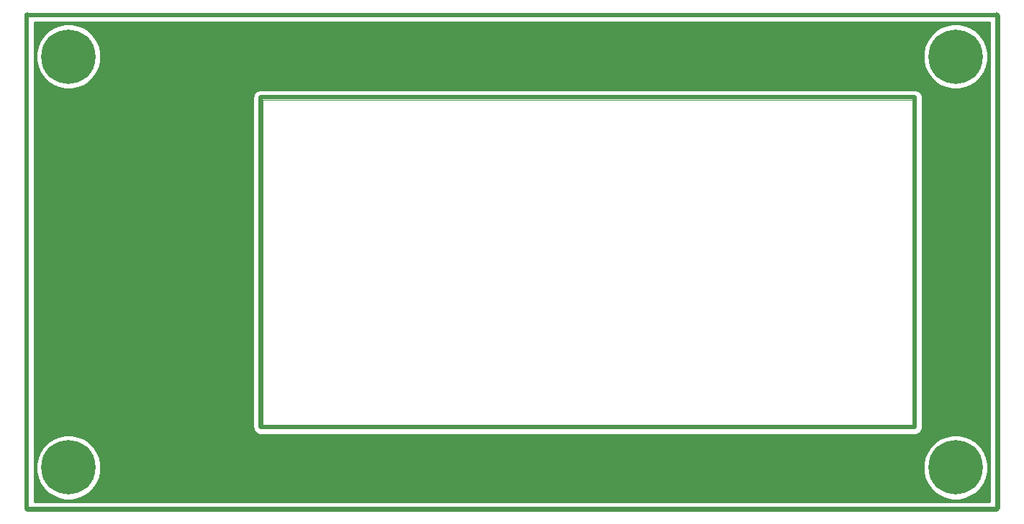
<source format=gbr>
%TF.GenerationSoftware,KiCad,Pcbnew,(5.1.10-1-10_14)*%
%TF.CreationDate,2021-08-26T21:48:09+08:00*%
%TF.ProjectId,SMP top plate v.2 ,534d5020-746f-4702-9070-6c6174652076,rev?*%
%TF.SameCoordinates,Original*%
%TF.FileFunction,Copper,L1,Top*%
%TF.FilePolarity,Positive*%
%FSLAX46Y46*%
G04 Gerber Fmt 4.6, Leading zero omitted, Abs format (unit mm)*
G04 Created by KiCad (PCBNEW (5.1.10-1-10_14)) date 2021-08-26 21:48:09*
%MOMM*%
%LPD*%
G01*
G04 APERTURE LIST*
%TA.AperFunction,Profile*%
%ADD10C,0.050000*%
%TD*%
%TA.AperFunction,NonConductor*%
%ADD11C,0.500000*%
%TD*%
%TA.AperFunction,ConnectorPad*%
%ADD12C,6.400000*%
%TD*%
%TA.AperFunction,ComponentPad*%
%ADD13C,3.600000*%
%TD*%
%TA.AperFunction,NonConductor*%
%ADD14C,0.254000*%
%TD*%
%TA.AperFunction,NonConductor*%
%ADD15C,0.100000*%
%TD*%
%ADD16C,0.350000*%
G04 APERTURE END LIST*
D10*
X194200780Y-129593340D02*
G75*
G02*
X193878747Y-129928609I-322021J-12986D01*
G01*
X193878200Y-71188580D02*
G75*
G02*
X194213469Y-71510613I12986J-322021D01*
G01*
X183972200Y-81432400D02*
X107543600Y-81432400D01*
X183972200Y-119735600D02*
X183972200Y-81432400D01*
X107543600Y-119735600D02*
X183972200Y-119735600D01*
X107543600Y-81432400D02*
X107543600Y-119735600D01*
X79839820Y-129931160D02*
G75*
G02*
X79514700Y-129606040I0J325120D01*
G01*
X79517240Y-71513700D02*
G75*
G02*
X79842360Y-71188580I325120J0D01*
G01*
X79839820Y-129931160D02*
X193878200Y-129928620D01*
X194200780Y-129593340D02*
X194213469Y-71510613D01*
X193878200Y-71188580D02*
X79842360Y-71188580D01*
X79517240Y-71513700D02*
X79514700Y-129606040D01*
D11*
X79791560Y-129651760D02*
X79792640Y-71462900D01*
X193939000Y-129651760D02*
X193939000Y-71462900D01*
X79792640Y-71462900D02*
X193929000Y-71462900D01*
X79791560Y-129651760D02*
X193939000Y-129651760D01*
X193939000Y-71462900D02*
X193936460Y-129654300D01*
X184251600Y-81153000D02*
X107264200Y-81153000D01*
X107264200Y-120015000D02*
X107264200Y-81153000D01*
X107264200Y-120015000D02*
X184251600Y-120015000D01*
X184251600Y-120015000D02*
X184251600Y-81153000D01*
D12*
%TO.P,H1,1*%
%TO.N,Net-(H1-Pad1)*%
X189052200Y-76352400D03*
D13*
X189052200Y-76352400D03*
%TD*%
D12*
%TO.P,H4,1*%
%TO.N,Net-(H4-Pad1)*%
X84679600Y-124764800D03*
D13*
X84679600Y-124764800D03*
%TD*%
D12*
%TO.P,H3,1*%
%TO.N,Net-(H3-Pad1)*%
X84679600Y-76352400D03*
D13*
X84679600Y-76352400D03*
%TD*%
D12*
%TO.P,H2,1*%
%TO.N,Net-(H2-Pad1)*%
X189052200Y-124764800D03*
D13*
X189052200Y-124764800D03*
%TD*%
D14*
X193051500Y-128766760D02*
X80676576Y-128766760D01*
X80676657Y-124387085D01*
X80844600Y-124387085D01*
X80844600Y-125142515D01*
X80991977Y-125883428D01*
X81281067Y-126581354D01*
X81700761Y-127209470D01*
X82234930Y-127743639D01*
X82863046Y-128163333D01*
X83560972Y-128452423D01*
X84301885Y-128599800D01*
X85057315Y-128599800D01*
X85798228Y-128452423D01*
X86496154Y-128163333D01*
X87124270Y-127743639D01*
X87658439Y-127209470D01*
X88078133Y-126581354D01*
X88367223Y-125883428D01*
X88514600Y-125142515D01*
X88514600Y-124387085D01*
X185217200Y-124387085D01*
X185217200Y-125142515D01*
X185364577Y-125883428D01*
X185653667Y-126581354D01*
X186073361Y-127209470D01*
X186607530Y-127743639D01*
X187235646Y-128163333D01*
X187933572Y-128452423D01*
X188674485Y-128599800D01*
X189429915Y-128599800D01*
X190170828Y-128452423D01*
X190868754Y-128163333D01*
X191496870Y-127743639D01*
X192031039Y-127209470D01*
X192450733Y-126581354D01*
X192739823Y-125883428D01*
X192887200Y-125142515D01*
X192887200Y-124387085D01*
X192739823Y-123646172D01*
X192450733Y-122948246D01*
X192031039Y-122320130D01*
X191496870Y-121785961D01*
X190868754Y-121366267D01*
X190170828Y-121077177D01*
X189429915Y-120929800D01*
X188674485Y-120929800D01*
X187933572Y-121077177D01*
X187235646Y-121366267D01*
X186607530Y-121785961D01*
X186073361Y-122320130D01*
X185653667Y-122948246D01*
X185364577Y-123646172D01*
X185217200Y-124387085D01*
X88514600Y-124387085D01*
X88367223Y-123646172D01*
X88078133Y-122948246D01*
X87658439Y-122320130D01*
X87124270Y-121785961D01*
X86496154Y-121366267D01*
X85798228Y-121077177D01*
X85057315Y-120929800D01*
X84301885Y-120929800D01*
X83560972Y-121077177D01*
X82863046Y-121366267D01*
X82234930Y-121785961D01*
X81700761Y-122320130D01*
X81281067Y-122948246D01*
X80991977Y-123646172D01*
X80844600Y-124387085D01*
X80676657Y-124387085D01*
X80677458Y-81153000D01*
X106374918Y-81153000D01*
X106379201Y-81196487D01*
X106379200Y-119971523D01*
X106374918Y-120015000D01*
X106392005Y-120188490D01*
X106442611Y-120355313D01*
X106524789Y-120509059D01*
X106635383Y-120643817D01*
X106770141Y-120754411D01*
X106923887Y-120836589D01*
X107090710Y-120887195D01*
X107264200Y-120904282D01*
X107307676Y-120900000D01*
X184208123Y-120900000D01*
X184251600Y-120904282D01*
X184295076Y-120900000D01*
X184295077Y-120900000D01*
X184425090Y-120887195D01*
X184591913Y-120836589D01*
X184745659Y-120754411D01*
X184880417Y-120643817D01*
X184991011Y-120509059D01*
X185073189Y-120355313D01*
X185123795Y-120188490D01*
X185123795Y-120188489D01*
X185136600Y-120058477D01*
X185136600Y-120058476D01*
X185140882Y-120015000D01*
X185136600Y-119971523D01*
X185136600Y-81196477D01*
X185140882Y-81153000D01*
X185132112Y-81063950D01*
X185123795Y-80979510D01*
X185073189Y-80812687D01*
X184991011Y-80658941D01*
X184880417Y-80524183D01*
X184745659Y-80413589D01*
X184591913Y-80331411D01*
X184425090Y-80280805D01*
X184251600Y-80263718D01*
X184208124Y-80268000D01*
X107307677Y-80268000D01*
X107264200Y-80263718D01*
X107220724Y-80268000D01*
X107220723Y-80268000D01*
X107090710Y-80280805D01*
X106923887Y-80331411D01*
X106770141Y-80413589D01*
X106635383Y-80524183D01*
X106524789Y-80658941D01*
X106442611Y-80812687D01*
X106392005Y-80979510D01*
X106374918Y-81153000D01*
X80677458Y-81153000D01*
X80677555Y-75974685D01*
X80844600Y-75974685D01*
X80844600Y-76730115D01*
X80991977Y-77471028D01*
X81281067Y-78168954D01*
X81700761Y-78797070D01*
X82234930Y-79331239D01*
X82863046Y-79750933D01*
X83560972Y-80040023D01*
X84301885Y-80187400D01*
X85057315Y-80187400D01*
X85798228Y-80040023D01*
X86496154Y-79750933D01*
X87124270Y-79331239D01*
X87658439Y-78797070D01*
X88078133Y-78168954D01*
X88367223Y-77471028D01*
X88514600Y-76730115D01*
X88514600Y-75974685D01*
X185217200Y-75974685D01*
X185217200Y-76730115D01*
X185364577Y-77471028D01*
X185653667Y-78168954D01*
X186073361Y-78797070D01*
X186607530Y-79331239D01*
X187235646Y-79750933D01*
X187933572Y-80040023D01*
X188674485Y-80187400D01*
X189429915Y-80187400D01*
X190170828Y-80040023D01*
X190868754Y-79750933D01*
X191496870Y-79331239D01*
X192031039Y-78797070D01*
X192450733Y-78168954D01*
X192739823Y-77471028D01*
X192887200Y-76730115D01*
X192887200Y-75974685D01*
X192739823Y-75233772D01*
X192450733Y-74535846D01*
X192031039Y-73907730D01*
X191496870Y-73373561D01*
X190868754Y-72953867D01*
X190170828Y-72664777D01*
X189429915Y-72517400D01*
X188674485Y-72517400D01*
X187933572Y-72664777D01*
X187235646Y-72953867D01*
X186607530Y-73373561D01*
X186073361Y-73907730D01*
X185653667Y-74535846D01*
X185364577Y-75233772D01*
X185217200Y-75974685D01*
X88514600Y-75974685D01*
X88367223Y-75233772D01*
X88078133Y-74535846D01*
X87658439Y-73907730D01*
X87124270Y-73373561D01*
X86496154Y-72953867D01*
X85798228Y-72664777D01*
X85057315Y-72517400D01*
X84301885Y-72517400D01*
X83560972Y-72664777D01*
X82863046Y-72953867D01*
X82234930Y-73373561D01*
X81700761Y-73907730D01*
X81281067Y-74535846D01*
X80991977Y-75233772D01*
X80844600Y-75974685D01*
X80677555Y-75974685D01*
X80677623Y-72347900D01*
X193053961Y-72347900D01*
X193051500Y-128766760D01*
%TA.AperFunction,NonConductor*%
D15*
G36*
X193051500Y-128766760D02*
G01*
X80676576Y-128766760D01*
X80676657Y-124387085D01*
X80844600Y-124387085D01*
X80844600Y-125142515D01*
X80991977Y-125883428D01*
X81281067Y-126581354D01*
X81700761Y-127209470D01*
X82234930Y-127743639D01*
X82863046Y-128163333D01*
X83560972Y-128452423D01*
X84301885Y-128599800D01*
X85057315Y-128599800D01*
X85798228Y-128452423D01*
X86496154Y-128163333D01*
X87124270Y-127743639D01*
X87658439Y-127209470D01*
X88078133Y-126581354D01*
X88367223Y-125883428D01*
X88514600Y-125142515D01*
X88514600Y-124387085D01*
X185217200Y-124387085D01*
X185217200Y-125142515D01*
X185364577Y-125883428D01*
X185653667Y-126581354D01*
X186073361Y-127209470D01*
X186607530Y-127743639D01*
X187235646Y-128163333D01*
X187933572Y-128452423D01*
X188674485Y-128599800D01*
X189429915Y-128599800D01*
X190170828Y-128452423D01*
X190868754Y-128163333D01*
X191496870Y-127743639D01*
X192031039Y-127209470D01*
X192450733Y-126581354D01*
X192739823Y-125883428D01*
X192887200Y-125142515D01*
X192887200Y-124387085D01*
X192739823Y-123646172D01*
X192450733Y-122948246D01*
X192031039Y-122320130D01*
X191496870Y-121785961D01*
X190868754Y-121366267D01*
X190170828Y-121077177D01*
X189429915Y-120929800D01*
X188674485Y-120929800D01*
X187933572Y-121077177D01*
X187235646Y-121366267D01*
X186607530Y-121785961D01*
X186073361Y-122320130D01*
X185653667Y-122948246D01*
X185364577Y-123646172D01*
X185217200Y-124387085D01*
X88514600Y-124387085D01*
X88367223Y-123646172D01*
X88078133Y-122948246D01*
X87658439Y-122320130D01*
X87124270Y-121785961D01*
X86496154Y-121366267D01*
X85798228Y-121077177D01*
X85057315Y-120929800D01*
X84301885Y-120929800D01*
X83560972Y-121077177D01*
X82863046Y-121366267D01*
X82234930Y-121785961D01*
X81700761Y-122320130D01*
X81281067Y-122948246D01*
X80991977Y-123646172D01*
X80844600Y-124387085D01*
X80676657Y-124387085D01*
X80677458Y-81153000D01*
X106374918Y-81153000D01*
X106379201Y-81196487D01*
X106379200Y-119971523D01*
X106374918Y-120015000D01*
X106392005Y-120188490D01*
X106442611Y-120355313D01*
X106524789Y-120509059D01*
X106635383Y-120643817D01*
X106770141Y-120754411D01*
X106923887Y-120836589D01*
X107090710Y-120887195D01*
X107264200Y-120904282D01*
X107307676Y-120900000D01*
X184208123Y-120900000D01*
X184251600Y-120904282D01*
X184295076Y-120900000D01*
X184295077Y-120900000D01*
X184425090Y-120887195D01*
X184591913Y-120836589D01*
X184745659Y-120754411D01*
X184880417Y-120643817D01*
X184991011Y-120509059D01*
X185073189Y-120355313D01*
X185123795Y-120188490D01*
X185123795Y-120188489D01*
X185136600Y-120058477D01*
X185136600Y-120058476D01*
X185140882Y-120015000D01*
X185136600Y-119971523D01*
X185136600Y-81196477D01*
X185140882Y-81153000D01*
X185132112Y-81063950D01*
X185123795Y-80979510D01*
X185073189Y-80812687D01*
X184991011Y-80658941D01*
X184880417Y-80524183D01*
X184745659Y-80413589D01*
X184591913Y-80331411D01*
X184425090Y-80280805D01*
X184251600Y-80263718D01*
X184208124Y-80268000D01*
X107307677Y-80268000D01*
X107264200Y-80263718D01*
X107220724Y-80268000D01*
X107220723Y-80268000D01*
X107090710Y-80280805D01*
X106923887Y-80331411D01*
X106770141Y-80413589D01*
X106635383Y-80524183D01*
X106524789Y-80658941D01*
X106442611Y-80812687D01*
X106392005Y-80979510D01*
X106374918Y-81153000D01*
X80677458Y-81153000D01*
X80677555Y-75974685D01*
X80844600Y-75974685D01*
X80844600Y-76730115D01*
X80991977Y-77471028D01*
X81281067Y-78168954D01*
X81700761Y-78797070D01*
X82234930Y-79331239D01*
X82863046Y-79750933D01*
X83560972Y-80040023D01*
X84301885Y-80187400D01*
X85057315Y-80187400D01*
X85798228Y-80040023D01*
X86496154Y-79750933D01*
X87124270Y-79331239D01*
X87658439Y-78797070D01*
X88078133Y-78168954D01*
X88367223Y-77471028D01*
X88514600Y-76730115D01*
X88514600Y-75974685D01*
X185217200Y-75974685D01*
X185217200Y-76730115D01*
X185364577Y-77471028D01*
X185653667Y-78168954D01*
X186073361Y-78797070D01*
X186607530Y-79331239D01*
X187235646Y-79750933D01*
X187933572Y-80040023D01*
X188674485Y-80187400D01*
X189429915Y-80187400D01*
X190170828Y-80040023D01*
X190868754Y-79750933D01*
X191496870Y-79331239D01*
X192031039Y-78797070D01*
X192450733Y-78168954D01*
X192739823Y-77471028D01*
X192887200Y-76730115D01*
X192887200Y-75974685D01*
X192739823Y-75233772D01*
X192450733Y-74535846D01*
X192031039Y-73907730D01*
X191496870Y-73373561D01*
X190868754Y-72953867D01*
X190170828Y-72664777D01*
X189429915Y-72517400D01*
X188674485Y-72517400D01*
X187933572Y-72664777D01*
X187235646Y-72953867D01*
X186607530Y-73373561D01*
X186073361Y-73907730D01*
X185653667Y-74535846D01*
X185364577Y-75233772D01*
X185217200Y-75974685D01*
X88514600Y-75974685D01*
X88367223Y-75233772D01*
X88078133Y-74535846D01*
X87658439Y-73907730D01*
X87124270Y-73373561D01*
X86496154Y-72953867D01*
X85798228Y-72664777D01*
X85057315Y-72517400D01*
X84301885Y-72517400D01*
X83560972Y-72664777D01*
X82863046Y-72953867D01*
X82234930Y-73373561D01*
X81700761Y-73907730D01*
X81281067Y-74535846D01*
X80991977Y-75233772D01*
X80844600Y-75974685D01*
X80677555Y-75974685D01*
X80677623Y-72347900D01*
X193053961Y-72347900D01*
X193051500Y-128766760D01*
G37*
%TD.AperFunction*%
D16*
X189052200Y-76352400D03*
X84679600Y-124764800D03*
X84679600Y-76352400D03*
X189052200Y-124764800D03*
M02*

</source>
